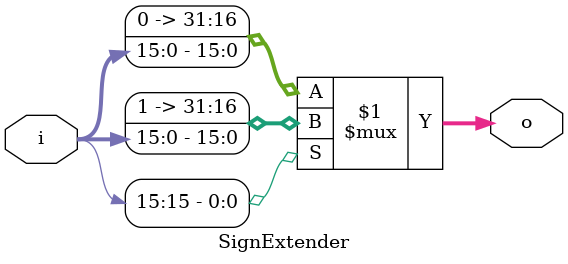
<source format=v>
`timescale 1ns / 1ps


module SignExtender(
    input [15:0] i,
    output [31:0] o
    );
    assign o =i[15]? {16'd65535,i}: {16'd0,i};
endmodule

</source>
